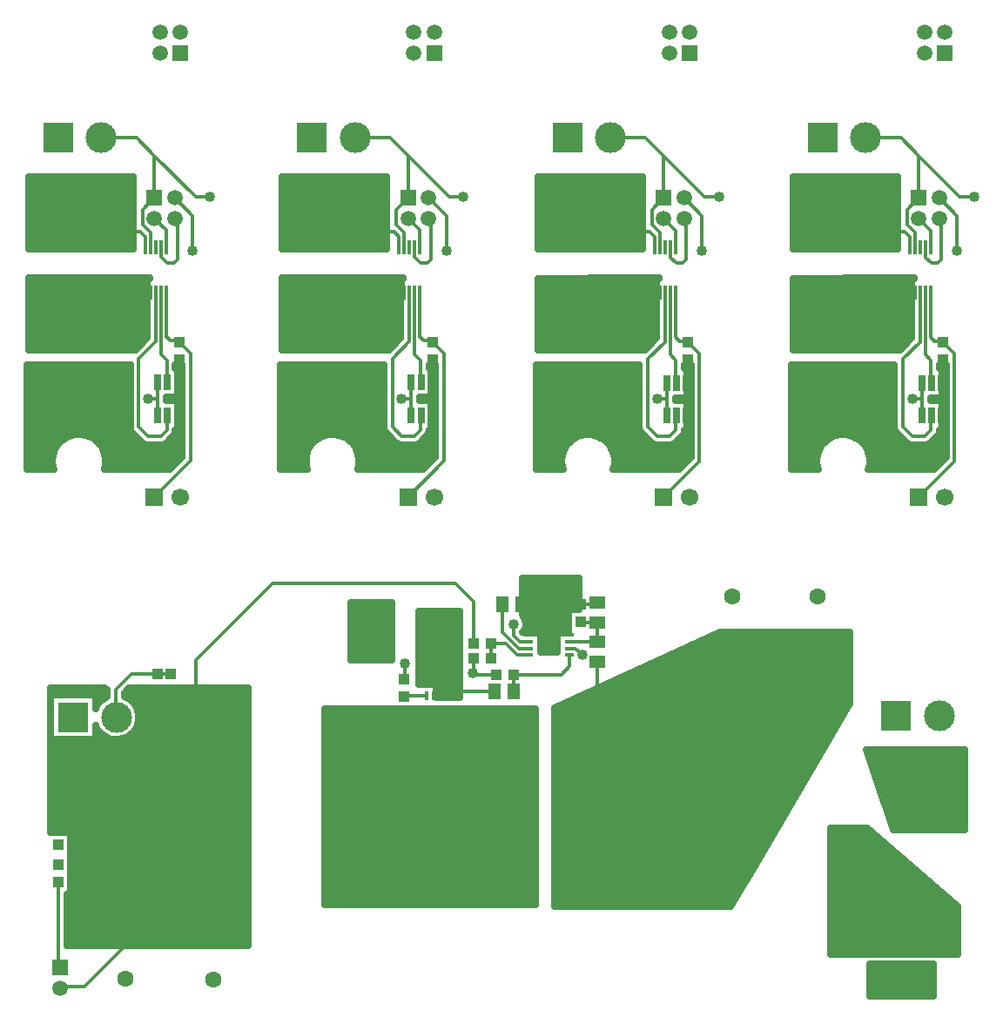
<source format=gtl>
G04 DipTrace 2.4.0.2*
%INMRR_Power_V2.GTL*%
%MOIN*%
%ADD13C,0.013*%
%ADD14C,0.0118*%
%ADD15C,0.0124*%
%ADD16C,0.025*%
%ADD17R,0.0433X0.0394*%
%ADD18R,0.0512X0.0591*%
%ADD19R,0.0591X0.0591*%
%ADD20C,0.0591*%
%ADD21R,0.025X0.06*%
%ADD22R,0.1181X0.1181*%
%ADD23C,0.1181*%
%ADD24R,0.0669X0.0669*%
%ADD25C,0.0669*%
%ADD26R,0.0394X0.0433*%
%ADD27R,0.126X0.0709*%
%ADD29R,0.0118X0.0551*%
%ADD32C,0.063*%
%ADD33R,0.063X0.063*%
%ADD35R,0.1555X0.0591*%
%ADD36R,0.3819X0.4094*%
%ADD37R,0.1506X0.485*%
%ADD38C,0.1575*%
%ADD40R,0.0965X0.0984*%
%ADD41R,0.0177X0.0354*%
%ADD42R,0.0276X0.0157*%
%ADD43R,0.0591X0.0512*%
%ADD44R,0.0709X0.126*%
%ADD45R,0.0374X0.0124*%
%ADD46C,0.0591*%
%ADD47C,0.0945*%
%ADD48C,0.04*%
%FSLAX44Y44*%
G04*
G70*
G90*
G75*
G01*
%LNTop*%
%LPD*%
X19658Y23660D2*
D13*
X21033Y25035D1*
Y29160D1*
X20596Y29597D1*
X20108Y31473D2*
D14*
Y31132D1*
D13*
Y29792D1*
X20266Y29634D1*
X20596D1*
Y29597D1*
X19912Y31473D2*
D14*
Y31132D1*
D13*
Y29114D1*
X20128Y28898D1*
Y28065D1*
X20158Y28035D1*
X19715Y31473D2*
D14*
Y31132D1*
D13*
Y29603D1*
X19057Y28945D1*
Y26347D1*
X19412Y25992D1*
X19896D1*
X20128Y26225D1*
Y26755D1*
X20158Y26785D1*
X20533Y28035D2*
Y28865D1*
X20596Y28928D1*
X20533Y28035D2*
Y26785D1*
X19518Y33205D2*
D14*
Y33545D1*
D13*
Y33788D1*
X19207Y34099D1*
Y34654D1*
X19660Y35106D1*
Y36721D1*
X18967Y37414D1*
X17628D1*
X17624Y37410D1*
X21774Y35150D2*
X21231D1*
X19660Y36721D1*
X19783Y26785D2*
Y28035D1*
Y27410D1*
X19408D1*
X24281Y18370D2*
D15*
X24533D1*
D13*
X25834D1*
D15*
X25837Y18368D1*
X22167Y17478D2*
D13*
Y17059D1*
X22149Y16916D1*
X6274Y8916D2*
Y5641D1*
X6336D1*
X10586Y16898D2*
X10086D1*
X9068D1*
X8461Y16291D1*
Y15257D1*
X8490Y15228D1*
X26274Y19541D2*
X26838D1*
X26899Y19601D1*
X23042Y16853D2*
X22211D1*
X22149Y16916D1*
X26274Y19541D2*
X24022D1*
X26274D2*
Y20041D1*
X26024Y20291D1*
X25586D1*
X25524Y20228D1*
X24022Y19541D2*
Y20039D1*
X24211Y20228D1*
X24711D1*
X25837Y18114D2*
D15*
X26089D1*
D13*
X26886D1*
X26899Y18101D1*
Y18853D1*
X26292D1*
X26274Y18872D1*
X26899Y17353D2*
Y11783D1*
X27266Y11416D1*
X25835Y17859D2*
D15*
X26080D1*
D13*
X26336Y17603D1*
X24282Y17858D2*
D15*
X24030D1*
D13*
X23894D1*
X23274Y18478D1*
Y19541D1*
X24281Y18112D2*
D15*
X24029D1*
D13*
X23952D1*
X23711Y18353D1*
Y18791D1*
X19524Y17291D2*
Y16710D1*
X19501Y16688D1*
X22961Y16228D2*
X21461D1*
X21024Y16666D1*
Y18478D1*
X20836D1*
X23709Y16228D2*
Y16851D1*
X23711Y16853D1*
X25836Y17603D2*
D15*
Y17476D1*
D13*
Y17166D1*
X25524Y16853D1*
X23711D1*
X20388Y16056D2*
X19538D1*
X19501Y16019D1*
X8836Y7228D2*
Y6478D1*
X7274Y4916D1*
X6399D1*
X6336Y4853D1*
X22167Y18041D2*
Y19648D1*
X21461Y20353D1*
X14461D1*
X11524Y17416D1*
Y12728D1*
X11774Y12478D1*
X24281Y17603D2*
D15*
X23836D1*
D13*
X23399Y18041D1*
X22836D1*
Y17478D2*
Y18041D1*
X38775Y7603D2*
Y8026D1*
X37011Y9791D1*
X40114Y7642D2*
X38815D1*
X38775Y7603D1*
Y11548D2*
Y12686D1*
X38336Y13125D1*
X40114Y11548D2*
Y13001D1*
X39990Y13125D1*
X9954Y23659D2*
X11329Y25034D1*
Y29159D1*
X10892Y29596D1*
X10405Y31472D2*
D14*
Y31131D1*
D13*
Y29791D1*
X10562Y29633D1*
X10892D1*
Y29596D1*
X10208Y31472D2*
D14*
Y31131D1*
D13*
Y29113D1*
X10424Y28897D1*
Y28064D1*
X10454Y28034D1*
X10011Y31472D2*
D14*
Y31131D1*
D13*
Y29602D1*
X9354Y28944D1*
Y26346D1*
X9708Y25991D1*
X10192D1*
X10424Y26224D1*
Y26754D1*
X10454Y26784D1*
X10829Y28034D2*
Y28864D1*
X10892Y28927D1*
X10829Y28034D2*
Y26784D1*
X9814Y33204D2*
D14*
Y33544D1*
D13*
Y33787D1*
X9503Y34098D1*
Y34653D1*
X9956Y35106D1*
Y36720D1*
X9263Y37413D1*
X7924D1*
X7920Y37409D1*
X12070Y35149D2*
X11527D1*
X9956Y36720D1*
X10079Y26784D2*
Y28034D1*
Y27409D1*
X9704D1*
X10405Y33204D2*
D14*
Y33544D1*
D13*
Y33869D1*
X9956Y34318D1*
X10208Y33204D2*
D14*
Y32863D1*
D13*
Y32834D1*
X10432Y32609D1*
X10696D1*
X10826Y32739D1*
Y34235D1*
X10743Y34318D1*
X9617Y33204D2*
D14*
Y33629D1*
D13*
X9420Y33826D1*
X7730D1*
X7642Y33738D1*
X11420Y33086D2*
Y34428D1*
X10743Y35106D1*
X29447Y23655D2*
X30822Y25030D1*
Y29155D1*
X30384Y29592D1*
X29897Y31468D2*
D14*
Y31127D1*
D13*
Y29787D1*
X30054Y29629D1*
X30384D1*
Y29592D1*
X29700Y31468D2*
D14*
Y31127D1*
D13*
Y29109D1*
X29917Y28893D1*
Y28060D1*
X29947Y28030D1*
X29503Y31468D2*
D14*
Y31127D1*
D13*
Y29598D1*
X28846Y28940D1*
Y26342D1*
X29200Y25987D1*
X29684D1*
X29917Y26220D1*
Y26750D1*
X29947Y26780D1*
X30322Y28030D2*
Y28860D1*
X30384Y28923D1*
X30322Y28030D2*
Y26780D1*
X29306Y33200D2*
D14*
Y33541D1*
D13*
Y33783D1*
X28995Y34094D1*
Y34649D1*
X29448Y35102D1*
Y36716D1*
X28755Y37409D1*
X27417D1*
X27413Y37405D1*
X31562Y35145D2*
X31019D1*
X29448Y36716D1*
X29572Y26780D2*
Y28030D1*
Y27405D1*
X29197D1*
X29897Y33200D2*
D14*
Y33541D1*
D13*
Y33865D1*
X29448Y34314D1*
X29700Y33200D2*
D14*
Y32859D1*
D13*
Y32830D1*
X29924Y32606D1*
X30188D1*
X30318Y32735D1*
Y34231D1*
X30235Y34314D1*
X29109Y33200D2*
D14*
Y33625D1*
D13*
X28913Y33822D1*
X27222D1*
X27134Y33734D1*
X30913Y33082D2*
Y34424D1*
X30235Y35102D1*
X39214Y23655D2*
X40589Y25030D1*
Y29155D1*
X40152Y29592D1*
X39665Y31468D2*
D14*
Y31127D1*
D13*
Y29787D1*
X39822Y29629D1*
X40152D1*
Y29592D1*
X39468Y31468D2*
D14*
Y31127D1*
D13*
Y29109D1*
X39684Y28893D1*
Y28060D1*
X39714Y28030D1*
X39271Y31468D2*
D14*
Y31127D1*
D13*
Y29598D1*
X38613Y28940D1*
Y26342D1*
X38968Y25987D1*
X39452D1*
X39684Y26220D1*
Y26750D1*
X39714Y26780D1*
X40089Y28030D2*
Y28860D1*
X40152Y28923D1*
X40089Y28030D2*
Y26780D1*
X39074Y33200D2*
D14*
Y33541D1*
D13*
Y33783D1*
X38763Y34094D1*
Y34649D1*
X39216Y35102D1*
Y36716D1*
X38523Y37409D1*
X37184D1*
X37180Y37405D1*
X41330Y35145D2*
X40787D1*
X39216Y36716D1*
X39339Y26780D2*
Y28030D1*
Y27405D1*
X38964D1*
X39665Y33200D2*
D14*
Y33541D1*
D13*
Y33865D1*
X39216Y34314D1*
X39468Y33200D2*
D14*
Y32859D1*
D13*
Y32830D1*
X39692Y32606D1*
X39956D1*
X40086Y32735D1*
Y34231D1*
X40003Y34314D1*
X38877Y33200D2*
D14*
Y33625D1*
D13*
X38680Y33822D1*
X36989D1*
X36902Y33734D1*
X40680Y33082D2*
Y34424D1*
X40003Y35102D1*
X20108Y33205D2*
D14*
Y33545D1*
D13*
Y33870D1*
X19660Y34319D1*
X19912Y33205D2*
D14*
Y32864D1*
D13*
Y32835D1*
X20136Y32610D1*
X20400D1*
X20530Y32740D1*
Y34236D1*
X20447Y34319D1*
X19321Y33205D2*
D14*
Y33630D1*
D13*
X19124Y33827D1*
X17433D1*
X17346Y33739D1*
X21124Y33087D2*
Y34429D1*
X20447Y35106D1*
D48*
X21774Y35150D3*
X19408Y27410D3*
X22149Y16916D3*
X26336Y17603D3*
X23711Y18791D3*
X19524Y17291D3*
X12070Y35149D3*
X9704Y27409D3*
X11420Y33086D3*
X31562Y35145D3*
X29197Y27405D3*
X30913Y33082D3*
X41330Y35145D3*
X38964Y27405D3*
X40680Y33082D3*
X21124Y33087D3*
X14871Y31796D2*
D16*
X19366D1*
X14871Y31547D2*
X19366D1*
X14871Y31298D2*
X19366D1*
X14871Y31050D2*
X19362D1*
X14871Y30801D2*
X19362D1*
X14871Y30552D2*
X19362D1*
X14871Y30304D2*
X19362D1*
X14871Y30055D2*
X19362D1*
X14871Y29806D2*
X19362D1*
X14871Y29558D2*
X19178D1*
X14871Y29309D2*
X18928D1*
X19391Y31557D2*
Y32013D1*
X19481D1*
X19480Y32041D1*
X18605Y32042D1*
X14846Y32035D1*
Y29285D1*
X18935Y29286D1*
X19385Y29739D1*
Y31132D1*
X19391Y31257D1*
Y31557D1*
X14871Y35661D2*
X18821D1*
X14871Y35412D2*
X18821D1*
X14871Y35164D2*
X18821D1*
X14871Y34915D2*
X18821D1*
X14871Y34666D2*
X18821D1*
X14871Y34418D2*
X18821D1*
X14871Y34169D2*
X18821D1*
X14871Y33920D2*
X18821D1*
X14871Y33671D2*
X18821D1*
X14871Y33423D2*
X18821D1*
X14871Y33174D2*
X18821D1*
X14846Y35785D2*
Y33160D1*
X18846D1*
Y35910D1*
X14846D1*
Y35785D1*
X14808Y28473D2*
X18702D1*
X20572D2*
X20681D1*
X14808Y28225D2*
X18702D1*
X20572D2*
X20681D1*
X14808Y27976D2*
X18702D1*
X20572D2*
X20681D1*
X14808Y27727D2*
X18702D1*
X20572D2*
X20681D1*
X14808Y27479D2*
X18702D1*
X20572D2*
X20681D1*
X14808Y27230D2*
X18702D1*
X20572D2*
X20681D1*
X14808Y26981D2*
X18702D1*
X20572D2*
X20681D1*
X14808Y26733D2*
X18702D1*
X20572D2*
X20681D1*
X14808Y26484D2*
X18702D1*
X20572D2*
X20681D1*
X14808Y26235D2*
X18721D1*
X20572D2*
X20681D1*
X14808Y25987D2*
X16397D1*
X17138D2*
X18924D1*
X20380D2*
X20678D1*
X14808Y25738D2*
X16014D1*
X17521D2*
X19178D1*
X20130D2*
X20678D1*
X14808Y25489D2*
X15838D1*
X17697D2*
X20678D1*
X14808Y25241D2*
X15752D1*
X17787D2*
X20678D1*
X14808Y24992D2*
X15733D1*
X17806D2*
X20498D1*
X14808Y24743D2*
X15776D1*
X17763D2*
X20248D1*
X20460Y28600D2*
X20548D1*
Y27470D1*
X20114D1*
X20113Y27351D1*
X20548Y27350D1*
Y26220D1*
X20458D1*
X20444Y26128D1*
X20386Y26018D1*
X20129Y25759D1*
X20026Y25689D1*
X19896Y25662D1*
X19412D1*
X19290Y25686D1*
X19178Y25759D1*
X18824Y26113D1*
X18754Y26216D1*
X18727Y26347D1*
Y28726D1*
X18346Y28722D1*
X14783D1*
Y24722D1*
X15811D1*
X15773Y24857D1*
X15758Y24981D1*
X15759Y25106D1*
X15776Y25230D1*
X15807Y25351D1*
X15853Y25467D1*
X15913Y25576D1*
X15986Y25677D1*
X16071Y25769D1*
X16167Y25849D1*
X16272Y25917D1*
X16384Y25972D1*
X16502Y26012D1*
X16625Y26037D1*
X16749Y26048D1*
X16874Y26042D1*
X16997Y26022D1*
X17117Y25986D1*
X17231Y25936D1*
X17339Y25872D1*
X17438Y25795D1*
X17526Y25707D1*
X17603Y25609D1*
X17667Y25502D1*
X17718Y25388D1*
X17754Y25268D1*
X17775Y25145D1*
X17781Y25036D1*
X17773Y24911D1*
X17730Y24725D1*
X18783Y24722D1*
X20256D1*
X20704Y25172D1*
X20703Y28726D1*
X20459Y28722D1*
X20458Y28597D1*
X20111Y19042D2*
X21622D1*
X20111Y18793D2*
X21622D1*
X20111Y18545D2*
X21622D1*
X20111Y18296D2*
X21622D1*
X20111Y18047D2*
X21622D1*
X20111Y17799D2*
X21622D1*
X20111Y17550D2*
X21622D1*
X20111Y17301D2*
X21622D1*
X20111Y17053D2*
X21622D1*
X20111Y16804D2*
X21622D1*
X20111Y16555D2*
X21622D1*
X20765Y16307D2*
X21622D1*
X20765Y16058D2*
X21622D1*
X20085Y16498D2*
X20741D1*
Y15978D1*
X21649D1*
Y19291D1*
X20086D1*
Y16498D1*
X17486Y19355D2*
X19001D1*
X17486Y19106D2*
X19001D1*
X17486Y18857D2*
X19001D1*
X17486Y18609D2*
X19001D1*
X17486Y18360D2*
X19001D1*
X17486Y18111D2*
X19001D1*
X17486Y17863D2*
X19001D1*
X17486Y17614D2*
X19001D1*
X18899Y19603D2*
X17461D1*
Y17416D1*
X19024D1*
Y19603D1*
X18899D1*
X5986Y16105D2*
X8106D1*
X8816D2*
X13501D1*
X7715Y15856D2*
X7883D1*
X9097D2*
X13501D1*
X9281Y15607D2*
X13501D1*
X9359Y15359D2*
X13501D1*
X9363Y15110D2*
X13501D1*
X9289Y14861D2*
X13501D1*
X7715Y14613D2*
X7872D1*
X9109D2*
X13501D1*
X5986Y14364D2*
X13501D1*
X5986Y14115D2*
X13501D1*
X5986Y13866D2*
X13501D1*
X5986Y13618D2*
X13501D1*
X5986Y13369D2*
X13501D1*
X5986Y13120D2*
X13501D1*
X5986Y12872D2*
X13501D1*
X5986Y12623D2*
X13501D1*
X5986Y12374D2*
X13501D1*
X5986Y12126D2*
X13501D1*
X5986Y11877D2*
X13501D1*
X5986Y11628D2*
X13501D1*
X5986Y11380D2*
X13501D1*
X5986Y11131D2*
X13501D1*
X5986Y10882D2*
X13501D1*
X6761Y10634D2*
X13501D1*
X6761Y10385D2*
X13501D1*
X6761Y10136D2*
X13501D1*
X6761Y9887D2*
X13501D1*
X6761Y9639D2*
X13501D1*
X6761Y9390D2*
X13501D1*
X6761Y9141D2*
X13501D1*
X6761Y8893D2*
X13501D1*
X6761Y8644D2*
X13501D1*
X6629Y8395D2*
X13501D1*
X6629Y8147D2*
X13501D1*
X6629Y7898D2*
X13501D1*
X6629Y7649D2*
X13501D1*
X6629Y7401D2*
X13501D1*
X6629Y7152D2*
X13501D1*
X6629Y6903D2*
X13501D1*
X6629Y6655D2*
X13501D1*
X6734Y9397D2*
X6735Y8434D1*
X6606D1*
X6603Y7791D1*
Y6474D1*
X7336Y6478D1*
X13524D1*
Y16353D1*
X8988D1*
X8790Y16153D1*
X8791Y16029D1*
X8935Y15959D1*
X9037Y15886D1*
X9127Y15799D1*
X9203Y15700D1*
X9264Y15592D1*
X9309Y15475D1*
X9336Y15353D1*
X9345Y15228D1*
X9336Y15104D1*
X9309Y14982D1*
X9264Y14865D1*
X9203Y14756D1*
X9127Y14657D1*
X9037Y14571D1*
X8935Y14498D1*
X8824Y14441D1*
X8706Y14401D1*
X8583Y14378D1*
X8458Y14373D1*
X8334Y14387D1*
X8213Y14419D1*
X8098Y14468D1*
X7992Y14533D1*
X7896Y14612D1*
X7813Y14705D1*
X7744Y14810D1*
X7692Y14919D1*
Y14373D1*
X5981D1*
Y16084D1*
X7692D1*
Y15533D1*
X7744Y15647D1*
X7812Y15751D1*
X7896Y15844D1*
X7992Y15924D1*
X8131Y16003D1*
X8132Y16295D1*
X8024Y16353D1*
X5961D1*
Y10818D1*
X6735Y10817D1*
X6731Y9854D1*
X6735Y9442D1*
X6731Y9104D1*
X16486Y15292D2*
X24501D1*
X16486Y15043D2*
X24501D1*
X16486Y14795D2*
X24501D1*
X16486Y14546D2*
X24501D1*
X16486Y14297D2*
X24501D1*
X16486Y14049D2*
X24501D1*
X16486Y13800D2*
X24501D1*
X16486Y13551D2*
X24501D1*
X16486Y13303D2*
X24501D1*
X16486Y13054D2*
X24501D1*
X16486Y12805D2*
X24501D1*
X16486Y12557D2*
X24501D1*
X16486Y12308D2*
X24501D1*
X16486Y12059D2*
X24501D1*
X16486Y11811D2*
X24501D1*
X16486Y11562D2*
X24501D1*
X16486Y11313D2*
X24501D1*
X16486Y11064D2*
X24501D1*
X16486Y10816D2*
X24501D1*
X16486Y10567D2*
X24501D1*
X16486Y10318D2*
X24501D1*
X16486Y10070D2*
X24501D1*
X16486Y9821D2*
X24501D1*
X16486Y9572D2*
X24501D1*
X16486Y9324D2*
X24501D1*
X16486Y9075D2*
X24501D1*
X16486Y8826D2*
X24501D1*
X16486Y8578D2*
X24501D1*
X16486Y8329D2*
X24501D1*
X16486Y8080D2*
X24501D1*
X19963Y15540D2*
X19463Y15537D1*
X18774Y15541D1*
X16461D1*
Y8041D1*
X24524D1*
Y15541D1*
X19965D1*
X24049Y20292D2*
X26184D1*
X24049Y20043D2*
X26184D1*
X24049Y19795D2*
X26184D1*
X24049Y19546D2*
X26184D1*
X24049Y19297D2*
X25786D1*
X24121Y19049D2*
X25786D1*
X24199Y18800D2*
X25786D1*
X24133Y18551D2*
X25786D1*
X24758Y18303D2*
X25360D1*
X24758Y18054D2*
X25360D1*
X24758Y17805D2*
X25360D1*
X25937Y19353D2*
X26211D1*
Y20541D1*
X24024D1*
Y19138D1*
X24085Y19067D1*
X24145Y18958D1*
X24176Y18791D1*
X24159Y18667D1*
X24110Y18553D1*
X24050Y18477D1*
X24154Y18439D1*
X24733D1*
X24734Y17728D1*
X25387D1*
X25383Y18186D1*
X25386Y18441D1*
X25811D1*
X25812Y19353D1*
X25937D1*
X31093Y18230D2*
X36559D1*
X30547Y17981D2*
X36559D1*
X30004Y17732D2*
X36559D1*
X29457Y17484D2*
X36559D1*
X28914Y17235D2*
X36559D1*
X28367Y16986D2*
X36559D1*
X27824Y16738D2*
X36559D1*
X27277Y16489D2*
X36559D1*
X26734Y16240D2*
X36559D1*
X26187Y15991D2*
X36559D1*
X25644Y15743D2*
X36551D1*
X25299Y15494D2*
X36403D1*
X25299Y15245D2*
X36258D1*
X25299Y14997D2*
X36110D1*
X25299Y14748D2*
X35965D1*
X25299Y14499D2*
X35821D1*
X25299Y14251D2*
X35672D1*
X25299Y14002D2*
X35528D1*
X25299Y13753D2*
X35379D1*
X25299Y13505D2*
X35235D1*
X25299Y13256D2*
X35090D1*
X25299Y13007D2*
X34942D1*
X25299Y12759D2*
X34797D1*
X25299Y12510D2*
X34649D1*
X25299Y12261D2*
X34504D1*
X25299Y12012D2*
X34360D1*
X25299Y11764D2*
X34211D1*
X25299Y11515D2*
X34067D1*
X25299Y11266D2*
X33922D1*
X25299Y11018D2*
X33774D1*
X25299Y10769D2*
X33629D1*
X25299Y10520D2*
X33481D1*
X25299Y10272D2*
X33336D1*
X25299Y10023D2*
X33192D1*
X25299Y9774D2*
X33043D1*
X25299Y9526D2*
X32899D1*
X25299Y9277D2*
X32751D1*
X25299Y9028D2*
X32606D1*
X25299Y8780D2*
X32461D1*
X25299Y8531D2*
X32313D1*
X25299Y8282D2*
X32168D1*
X25299Y8033D2*
X32020D1*
X31613Y18478D2*
X25273Y15585D1*
X25274Y7978D1*
X32012D1*
X32865Y9426D1*
X36586Y15761D1*
Y18478D1*
X31613D1*
X35862Y10730D2*
X37494D1*
X35862Y10481D2*
X37783D1*
X35862Y10232D2*
X38072D1*
X35862Y9983D2*
X38361D1*
X35862Y9735D2*
X38650D1*
X35862Y9486D2*
X38939D1*
X35862Y9237D2*
X39228D1*
X35862Y8989D2*
X39517D1*
X35862Y8740D2*
X39806D1*
X35862Y8491D2*
X40096D1*
X35862Y8243D2*
X40385D1*
X35862Y7994D2*
X40674D1*
X35862Y7745D2*
X40689D1*
X35862Y7497D2*
X40689D1*
X35862Y7248D2*
X40689D1*
X35862Y6999D2*
X40689D1*
X35862Y6750D2*
X40689D1*
X35862Y6502D2*
X40689D1*
X35862Y6253D2*
X40689D1*
X40712Y7984D2*
X37230Y10977D1*
X35837Y10978D1*
Y6165D1*
X40713D1*
Y7982D1*
X37361Y5542D2*
X39750D1*
X37361Y5293D2*
X39750D1*
X37361Y5045D2*
X39750D1*
X37361Y4796D2*
X39750D1*
X37361Y4547D2*
X39750D1*
X39649Y5791D2*
X37336D1*
Y4541D1*
X39774D1*
Y5791D1*
X39649D1*
X37310Y13730D2*
X40939D1*
X37392Y13481D2*
X40939D1*
X37478Y13232D2*
X40939D1*
X37564Y12984D2*
X40939D1*
X37646Y12735D2*
X40939D1*
X37732Y12486D2*
X40939D1*
X37814Y12238D2*
X40939D1*
X37900Y11989D2*
X40939D1*
X37986Y11740D2*
X40939D1*
X38068Y11492D2*
X40939D1*
X38153Y11243D2*
X40939D1*
X38239Y10994D2*
X40939D1*
X37200Y13977D2*
X38240Y10915D1*
X40963Y10916D1*
Y13979D1*
X37201D1*
X5167Y31795D2*
X9662D1*
X5167Y31546D2*
X9662D1*
X5167Y31297D2*
X9662D1*
X5167Y31049D2*
X9658D1*
X5167Y30800D2*
X9658D1*
X5167Y30551D2*
X9658D1*
X5167Y30303D2*
X9658D1*
X5167Y30054D2*
X9658D1*
X5167Y29805D2*
X9658D1*
X5167Y29557D2*
X9474D1*
X5167Y29308D2*
X9224D1*
X9687Y31556D2*
Y32012D1*
X9777D1*
X9776Y32040D1*
X8901Y32041D1*
X5142Y32034D1*
Y29284D1*
X9232Y29285D1*
X9681Y29738D1*
Y31131D1*
X9687Y31256D1*
Y31556D1*
X5167Y35660D2*
X9119D1*
X5167Y35411D2*
X9119D1*
X5167Y35163D2*
X9119D1*
X5167Y34914D2*
X9119D1*
X5167Y34665D2*
X9119D1*
X5167Y34417D2*
X9119D1*
X5167Y34168D2*
X9119D1*
X5167Y33919D2*
X9119D1*
X5167Y33670D2*
X9119D1*
X5167Y33422D2*
X9119D1*
X5167Y33173D2*
X9119D1*
X5142Y35784D2*
Y33159D1*
X9142D1*
Y35909D1*
X5142D1*
Y35784D1*
X5104Y28472D2*
X8998D1*
X10868D2*
X10977D1*
X5104Y28224D2*
X8998D1*
X10868D2*
X10977D1*
X5104Y27975D2*
X8998D1*
X10868D2*
X10977D1*
X5104Y27726D2*
X8998D1*
X10868D2*
X10977D1*
X5104Y27478D2*
X8998D1*
X10868D2*
X10977D1*
X5104Y27229D2*
X8998D1*
X10868D2*
X10977D1*
X5104Y26980D2*
X8998D1*
X10868D2*
X10977D1*
X5104Y26732D2*
X8998D1*
X10868D2*
X10977D1*
X5104Y26483D2*
X8998D1*
X10868D2*
X10977D1*
X5104Y26234D2*
X9017D1*
X10868D2*
X10977D1*
X5104Y25986D2*
X6693D1*
X7435D2*
X9220D1*
X10677D2*
X10974D1*
X5104Y25737D2*
X6310D1*
X7817D2*
X9474D1*
X10427D2*
X10974D1*
X5104Y25488D2*
X6135D1*
X7993D2*
X10974D1*
X5104Y25240D2*
X6049D1*
X8083D2*
X10974D1*
X5104Y24991D2*
X6029D1*
X8102D2*
X10795D1*
X5104Y24742D2*
X6072D1*
X8060D2*
X10545D1*
X10756Y28599D2*
X10844D1*
Y27469D1*
X10411D1*
X10409Y27350D1*
X10844Y27349D1*
Y26219D1*
X10755D1*
X10740Y26127D1*
X10682Y26017D1*
X10425Y25758D1*
X10323Y25688D1*
X10192Y25661D1*
X9708D1*
X9586Y25685D1*
X9475Y25758D1*
X9120Y26112D1*
X9051Y26215D1*
X9024Y26346D1*
Y28725D1*
X8642Y28721D1*
X5079D1*
Y24721D1*
X6107D1*
X6069Y24856D1*
X6054Y24980D1*
X6055Y25105D1*
X6072Y25229D1*
X6103Y25350D1*
X6149Y25466D1*
X6209Y25575D1*
X6283Y25677D1*
X6368Y25768D1*
X6463Y25848D1*
X6568Y25916D1*
X6680Y25971D1*
X6799Y26011D1*
X6921Y26036D1*
X7046Y26047D1*
X7170Y26041D1*
X7294Y26021D1*
X7413Y25985D1*
X7528Y25935D1*
X7635Y25871D1*
X7734Y25794D1*
X7822Y25706D1*
X7899Y25608D1*
X7964Y25501D1*
X8014Y25387D1*
X8050Y25267D1*
X8071Y25144D1*
X8077Y25035D1*
X8070Y24910D1*
X8026Y24724D1*
X9079Y24721D1*
X10552D1*
X11000Y25171D1*
Y28725D1*
X10755Y28721D1*
X10754Y28596D1*
X24659Y31791D2*
X29154D1*
X24659Y31542D2*
X29154D1*
X24659Y31294D2*
X29154D1*
X24659Y31045D2*
X29150D1*
X24659Y30796D2*
X29150D1*
X24659Y30547D2*
X29150D1*
X24659Y30299D2*
X29150D1*
X24659Y30050D2*
X29150D1*
X24659Y29801D2*
X29150D1*
X24659Y29553D2*
X28966D1*
X24659Y29304D2*
X28716D1*
X29179Y31552D2*
Y32008D1*
X29269D1*
X29268Y32036D1*
X28393Y32038D1*
X24634Y32030D1*
Y29280D1*
X28724Y29281D1*
X29173Y29734D1*
Y31127D1*
X29179Y31252D1*
Y31552D1*
X24659Y35656D2*
X28609D1*
X24659Y35407D2*
X28609D1*
X24659Y35159D2*
X28609D1*
X24659Y34910D2*
X28609D1*
X24659Y34661D2*
X28609D1*
X24659Y34413D2*
X28609D1*
X24659Y34164D2*
X28609D1*
X24659Y33915D2*
X28609D1*
X24659Y33667D2*
X28609D1*
X24659Y33418D2*
X28609D1*
X24659Y33169D2*
X28609D1*
X24634Y35780D2*
Y33155D1*
X28634D1*
Y35905D1*
X24634D1*
Y35780D1*
X24597Y28469D2*
X28490D1*
X30360D2*
X30469D1*
X24597Y28220D2*
X28490D1*
X30360D2*
X30469D1*
X24597Y27971D2*
X28490D1*
X30360D2*
X30469D1*
X24597Y27722D2*
X28490D1*
X30360D2*
X30469D1*
X24597Y27474D2*
X28490D1*
X30360D2*
X30469D1*
X24597Y27225D2*
X28490D1*
X30360D2*
X30469D1*
X24597Y26976D2*
X28490D1*
X30360D2*
X30469D1*
X24597Y26728D2*
X28490D1*
X30360D2*
X30469D1*
X24597Y26479D2*
X28490D1*
X30360D2*
X30469D1*
X24597Y26230D2*
X28509D1*
X30360D2*
X30469D1*
X24597Y25982D2*
X26185D1*
X26927D2*
X28713D1*
X30169D2*
X30466D1*
X24597Y25733D2*
X25802D1*
X27309D2*
X28966D1*
X29919D2*
X30466D1*
X24597Y25484D2*
X25627D1*
X27485D2*
X30466D1*
X24597Y25236D2*
X25541D1*
X27575D2*
X30466D1*
X24597Y24987D2*
X25521D1*
X27595D2*
X30287D1*
X24597Y24738D2*
X25564D1*
X27552D2*
X30037D1*
X30248Y28595D2*
X30336D1*
Y27465D1*
X29903D1*
X29901Y27346D1*
X30336Y27345D1*
Y26215D1*
X30247D1*
X30232Y26123D1*
X30174Y26013D1*
X29918Y25754D1*
X29815Y25684D1*
X29684Y25658D1*
X29200D1*
X29078Y25681D1*
X28967Y25754D1*
X28612Y26108D1*
X28543Y26211D1*
X28516Y26342D1*
Y28721D1*
X28134Y28717D1*
X24572D1*
Y24717D1*
X25599D1*
X25561Y24852D1*
X25547Y24976D1*
X25548Y25101D1*
X25564Y25225D1*
X25595Y25346D1*
X25642Y25462D1*
X25702Y25571D1*
X25775Y25673D1*
X25860Y25764D1*
X25955Y25844D1*
X26060Y25912D1*
X26173Y25967D1*
X26291Y26007D1*
X26413Y26033D1*
X26538Y26043D1*
X26662Y26037D1*
X26786Y26017D1*
X26905Y25981D1*
X27020Y25931D1*
X27127Y25867D1*
X27226Y25791D1*
X27314Y25702D1*
X27391Y25604D1*
X27456Y25497D1*
X27506Y25383D1*
X27542Y25263D1*
X27564Y25140D1*
X27569Y25031D1*
X27562Y24906D1*
X27519Y24720D1*
X28572Y24717D1*
X30044D1*
X30492Y25167D1*
Y28721D1*
X30247Y28717D1*
X30246Y28592D1*
X34427Y31791D2*
X38922D1*
X34427Y31542D2*
X38922D1*
X34427Y31294D2*
X38922D1*
X34427Y31045D2*
X38918D1*
X34427Y30796D2*
X38918D1*
X34427Y30547D2*
X38918D1*
X34427Y30299D2*
X38918D1*
X34427Y30050D2*
X38918D1*
X34427Y29801D2*
X38918D1*
X34427Y29553D2*
X38734D1*
X34427Y29304D2*
X38484D1*
X38947Y31552D2*
Y32008D1*
X39037D1*
X39036Y32036D1*
X38161Y32038D1*
X34402Y32030D1*
Y29280D1*
X38492Y29281D1*
X38941Y29734D1*
Y31127D1*
X38947Y31252D1*
Y31552D1*
X34427Y35656D2*
X38377D1*
X34427Y35407D2*
X38377D1*
X34427Y35159D2*
X38377D1*
X34427Y34910D2*
X38377D1*
X34427Y34661D2*
X38377D1*
X34427Y34413D2*
X38377D1*
X34427Y34164D2*
X38377D1*
X34427Y33915D2*
X38377D1*
X34427Y33667D2*
X38377D1*
X34427Y33418D2*
X38377D1*
X34427Y33169D2*
X38377D1*
X34402Y35780D2*
Y33155D1*
X38402D1*
Y35905D1*
X34402D1*
Y35780D1*
X34364Y28469D2*
X38258D1*
X40128D2*
X40237D1*
X34364Y28220D2*
X38258D1*
X40128D2*
X40237D1*
X34364Y27971D2*
X38258D1*
X40128D2*
X40237D1*
X34364Y27722D2*
X38258D1*
X40128D2*
X40237D1*
X34364Y27474D2*
X38258D1*
X40128D2*
X40237D1*
X34364Y27225D2*
X38258D1*
X40128D2*
X40237D1*
X34364Y26976D2*
X38258D1*
X40128D2*
X40237D1*
X34364Y26728D2*
X38258D1*
X40128D2*
X40237D1*
X34364Y26479D2*
X38258D1*
X40128D2*
X40237D1*
X34364Y26230D2*
X38277D1*
X40128D2*
X40237D1*
X34364Y25982D2*
X35953D1*
X36694D2*
X38480D1*
X39937D2*
X40234D1*
X34364Y25733D2*
X35570D1*
X37077D2*
X38734D1*
X39687D2*
X40234D1*
X34364Y25484D2*
X35394D1*
X37253D2*
X40234D1*
X34364Y25236D2*
X35308D1*
X37343D2*
X40234D1*
X34364Y24987D2*
X35289D1*
X37362D2*
X40055D1*
X34364Y24738D2*
X35332D1*
X37319D2*
X39805D1*
X40016Y28595D2*
X40104D1*
Y27465D1*
X39671D1*
X39669Y27346D1*
X39729Y27341D1*
X39824Y27345D1*
X40104D1*
Y26215D1*
X40014D1*
X40000Y26123D1*
X39942Y26013D1*
X39685Y25754D1*
X39582Y25684D1*
X39452Y25658D1*
X38968D1*
X38846Y25681D1*
X38734Y25754D1*
X38380Y26108D1*
X38310Y26211D1*
X38284Y26342D1*
Y28721D1*
X37902Y28717D1*
X34339D1*
Y24717D1*
X35367D1*
X35329Y24852D1*
X35314Y24976D1*
X35315Y25101D1*
X35332Y25225D1*
X35363Y25346D1*
X35409Y25462D1*
X35469Y25571D1*
X35542Y25673D1*
X35627Y25764D1*
X35723Y25844D1*
X35828Y25912D1*
X35940Y25967D1*
X36059Y26007D1*
X36181Y26033D1*
X36305Y26043D1*
X36430Y26037D1*
X36553Y26017D1*
X36673Y25981D1*
X36788Y25931D1*
X36895Y25867D1*
X36994Y25791D1*
X37082Y25702D1*
X37159Y25604D1*
X37223Y25497D1*
X37274Y25383D1*
X37310Y25263D1*
X37331Y25140D1*
X37337Y25031D1*
X37329Y24906D1*
X37286Y24720D1*
X38339Y24717D1*
X39812D1*
X40260Y25167D1*
X40259Y28721D1*
X40015Y28717D1*
X40014Y28592D1*
D19*
X20658Y40660D3*
D20*
X19871D3*
Y41447D3*
X20658D3*
D19*
X19660Y35106D3*
D20*
X20447D3*
Y34319D3*
X19660D3*
D21*
X20533Y28035D3*
X20158D3*
X19783D3*
X20533Y26785D3*
X20158D3*
X19783D3*
D22*
X17596Y27910D3*
D23*
X15942D3*
Y30075D3*
X17596D3*
D22*
X15971Y37410D3*
D23*
X17624D3*
Y35244D3*
X15971D3*
D24*
X19658Y23660D3*
D25*
X20658D3*
D26*
X20596Y29597D3*
Y28928D3*
D27*
X17346Y31535D3*
Y33739D3*
X16096Y31535D3*
Y33739D3*
D29*
X19321Y31473D3*
X19518D3*
X19715D3*
X19912D3*
X20108D3*
Y33205D3*
X19912D3*
X19715D3*
X19518D3*
X19321D3*
D26*
X38836Y6335D3*
Y5666D3*
X38211Y6335D3*
Y5666D3*
D32*
X32086Y19853D3*
D33*
Y17853D3*
D32*
X35336Y19853D3*
D33*
Y17853D3*
D17*
X23711Y16853D3*
X23042D3*
D32*
X12211Y5166D3*
D33*
Y7166D3*
D32*
X8836Y5228D3*
D33*
Y7228D3*
D26*
X10086Y16228D3*
Y16898D3*
X10586Y16228D3*
Y16898D3*
X26274Y18872D3*
Y19541D3*
D17*
X22836Y17478D3*
X22167D3*
D35*
X23211Y12416D3*
Y10416D3*
D36*
X27266Y11416D3*
D26*
X6274Y8916D3*
Y9585D3*
D22*
X6836Y15228D3*
D23*
X8490D3*
Y13063D3*
X6836D3*
D22*
X38336Y15291D3*
D23*
X39990D3*
Y13125D3*
X38336D3*
D19*
X6336Y5641D3*
D20*
Y4853D3*
D37*
X11774Y12478D3*
X18169D3*
D38*
X30712Y9791D3*
X37011D3*
D40*
X20774Y15166D3*
D41*
X20388Y16056D3*
X20644Y16054D3*
X20900D3*
X21155Y16052D3*
D42*
X21352Y15453D3*
X20181Y15457D3*
D43*
X26899Y18853D3*
Y19601D3*
Y17353D3*
Y18101D3*
D18*
X23274Y19541D3*
X24022D3*
X22961Y16228D3*
X23709D3*
D44*
X20836Y18478D3*
X18631D3*
D26*
X19501Y16688D3*
Y16019D3*
D17*
X22836Y18041D3*
X22167D3*
D26*
X6274Y11004D3*
Y10335D3*
D45*
X25836Y17603D3*
X25835Y17859D3*
X25837Y18114D3*
Y18368D3*
X24281Y17603D3*
X24282Y17858D3*
X24281Y18112D3*
Y18370D3*
D46*
X17649Y18853D3*
Y18103D3*
X37899Y4853D3*
X39211D3*
X24711Y20228D3*
X25524D3*
D47*
X38775Y7603D3*
Y11548D3*
X40114D3*
Y7642D3*
D19*
X10954Y40659D3*
D20*
X10167D3*
Y41446D3*
X10954D3*
D19*
X9956Y35106D3*
D20*
X10743D3*
Y34318D3*
X9956D3*
D21*
X10829Y28034D3*
X10454D3*
X10079D3*
X10829Y26784D3*
X10454D3*
X10079D3*
D22*
X7892Y27909D3*
D23*
X6238D3*
Y30074D3*
X7892D3*
D22*
X6267Y37409D3*
D23*
X7920D3*
Y35243D3*
X6267D3*
D24*
X9954Y23659D3*
D25*
X10954D3*
D26*
X10892Y29596D3*
Y28927D3*
D27*
X7642Y31534D3*
Y33738D3*
X6392Y31534D3*
Y33738D3*
D29*
X9617Y31472D3*
X9814D3*
X10011D3*
X10208D3*
X10405D3*
Y33204D3*
X10208D3*
X10011D3*
X9814D3*
X9617D3*
D19*
X30447Y40655D3*
D20*
X29659D3*
Y41442D3*
X30447D3*
D19*
X29448Y35102D3*
D20*
X30235D3*
Y34314D3*
X29448D3*
D21*
X30322Y28030D3*
X29947D3*
X29572D3*
X30322Y26780D3*
X29947D3*
X29572D3*
D22*
X27384Y27905D3*
D23*
X25731D3*
Y30070D3*
X27384D3*
D22*
X25759Y37405D3*
D23*
X27413D3*
Y35239D3*
X25759D3*
D24*
X29447Y23655D3*
D25*
X30447D3*
D26*
X30384Y29592D3*
Y28923D3*
D27*
X27134Y31530D3*
Y33734D3*
X25884Y31530D3*
Y33734D3*
D29*
X29109Y31468D3*
X29306D3*
X29503D3*
X29700D3*
X29897D3*
Y33200D3*
X29700D3*
X29503D3*
X29306D3*
X29109D3*
D19*
X40214Y40655D3*
D20*
X39427D3*
Y41442D3*
X40214D3*
D19*
X39216Y35102D3*
D20*
X40003D3*
Y34314D3*
X39216D3*
D21*
X40089Y28030D3*
X39714D3*
X39339D3*
X40089Y26780D3*
X39714D3*
X39339D3*
D22*
X37152Y27905D3*
D23*
X35498D3*
Y30070D3*
X37152D3*
D22*
X35527Y37405D3*
D23*
X37180D3*
Y35239D3*
X35527D3*
D24*
X39214Y23655D3*
D25*
X40214D3*
D26*
X40152Y29592D3*
Y28923D3*
D27*
X36902Y31530D3*
Y33734D3*
X35652Y31530D3*
Y33734D3*
D29*
X38877Y31468D3*
X39074D3*
X39271D3*
X39468D3*
X39665D3*
Y33200D3*
X39468D3*
X39271D3*
X39074D3*
X38877D3*
M02*

</source>
